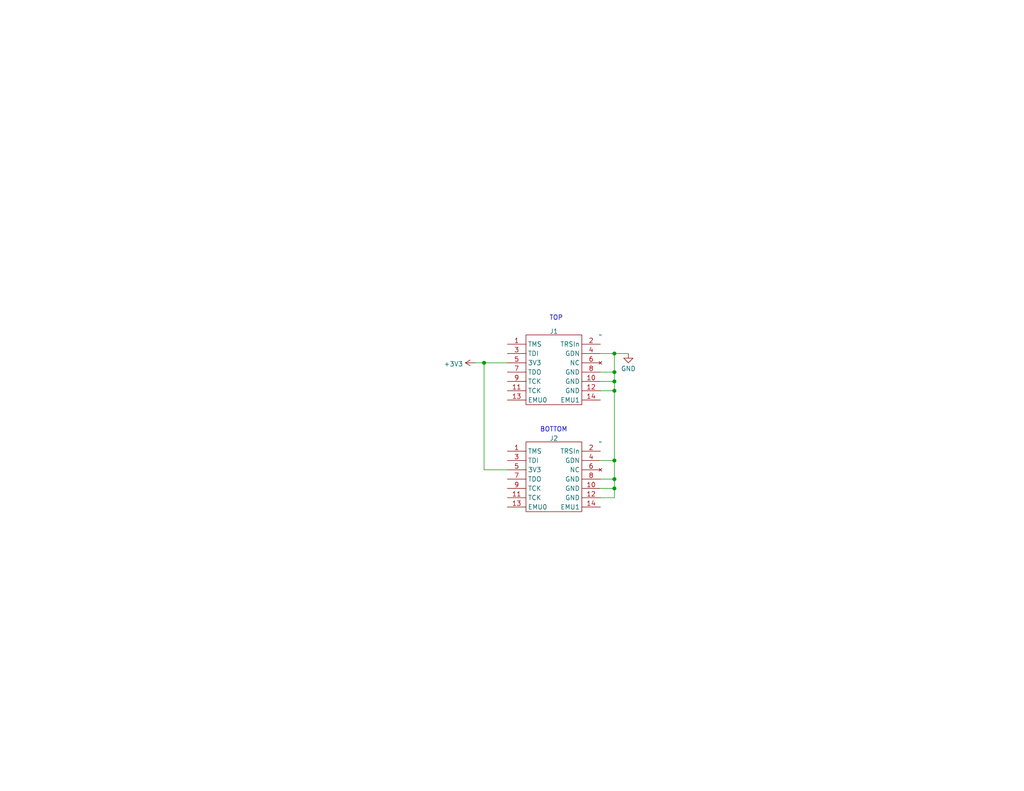
<source format=kicad_sch>
(kicad_sch (version 20230121) (generator eeschema)
  (paper "USLetter")
  (title_block (title "F-F JTAG Adapter") (date "2023-07-01") (rev "1.1") (company "Jacob Miller"))
  (lib_symbols
    (symbol "JTAG_Library:JTAG-TI-DIL-14"
      (property "Reference" "J" (at 0 11.43 0))
      (symbol "JTAG-TI-DIL-14_0_0"
        (pin bidirectional line (at -12.7 7.62 0) (length 5.08) (name "TMS") (number "1"))
        (pin power_in line (at 12.7 -2.54 180) (length 5.08) (name "GND") (number "10"))
        (pin bidirectional line (at -12.7 -5.08 0) (length 5.08) (name "TCK") (number "11"))
        (pin power_in line (at 12.7 -5.08 180) (length 5.08) (name "GND") (number "12"))
        (pin bidirectional line (at -12.7 -7.62 0) (length 5.08) (name "EMU0") (number "13"))
        (pin bidirectional line (at 12.7 -7.62 180) (length 5.08) (name "EMU1") (number "14"))
        (pin bidirectional line (at 12.7 7.62 180) (length 5.08) (name "TRSIn") (number "2"))
        (pin bidirectional line (at -12.7 5.08 0) (length 5.08) (name "TDI") (number "3"))
        (pin power_in line (at 12.7 5.08 180) (length 5.08) (name "GDN") (number "4"))
        (pin power_out line (at -12.7 2.54 0) (length 5.08) (name "3V3") (number "5"))
        (pin no_connect line (at 12.7 2.54 180) (length 5.08) (name "NC") (number "6"))
        (pin bidirectional line (at -12.7 0 0) (length 5.08) (name "TDO") (number "7"))
        (pin power_in line (at 12.7 0 180) (length 5.08) (name "GND") (number "8"))
        (pin bidirectional line (at -12.7 -2.54 0) (length 5.08) (name "TCK") (number "9"))
      )
      (symbol "JTAG-TI-DIL-14_0_1"
        (rectangle (start -7.62 10.16) (end 7.62 -8.89))
      )
    )
    (symbol "power:+3V3" (power) (pin_names (offset 0))
      (property "Value" "+3V3" (at 0 3.556 0))
      (symbol "+3V3_0_1"
        (polyline (pts (xy -0.762 1.27) (xy 0 2.54)))
        (polyline (pts (xy 0 0) (xy 0 2.54)))
        (polyline (pts (xy 0 2.54) (xy 0.762 1.27)))
      )
      (symbol "+3V3_1_1"
        (pin power_in line (at 0 0 90) (length 0) hide (name "+3V3") (number "1"))
      )
    )
    (symbol "power:GND" (power) (pin_names (offset 0))
      (property "Value" "GND" (at 0 -3.81 0))
      (symbol "GND_0_1"
        (polyline (pts (xy 0 0) (xy 0 -1.27) (xy 1.27 -1.27) (xy 0 -2.54) (xy -1.27 -1.27) (xy 0 -1.27)))
      )
      (symbol "GND_1_1"
        (pin power_in line (at 0 0 270) (length 0) hide (name "GND") (number "1"))
      )
    )
  )
  (junction (at 167.64 106.68))
  (junction (at 167.64 133.35))
  (junction (at 167.64 125.73))
  (junction (at 167.64 101.6))
  (junction (at 132.08 99.06))
  (junction (at 167.64 104.14))
  (junction (at 167.64 130.81))
  (junction (at 167.64 96.52))
  (wire (pts (xy 138.43 128.27) (xy 132.08 128.27)))
  (wire (pts (xy 167.64 135.89) (xy 167.64 133.35)))
  (wire (pts (xy 167.64 96.52) (xy 171.45 96.52)))
  (wire (pts (xy 163.83 125.73) (xy 167.64 125.73)))
  (wire (pts (xy 163.83 104.14) (xy 167.64 104.14)))
  (wire (pts (xy 129.54 99.06) (xy 132.08 99.06)))
  (wire (pts (xy 167.64 125.73) (xy 167.64 106.68)))
  (wire (pts (xy 167.64 104.14) (xy 167.64 101.6)))
  (wire (pts (xy 163.83 106.68) (xy 167.64 106.68)))
  (wire (pts (xy 167.64 133.35) (xy 167.64 130.81)))
  (wire (pts (xy 167.64 101.6) (xy 167.64 96.52)))
  (wire (pts (xy 167.64 130.81) (xy 167.64 125.73)))
  (wire (pts (xy 163.83 130.81) (xy 167.64 130.81)))
  (wire (pts (xy 132.08 128.27) (xy 132.08 99.06)))
  (wire (pts (xy 163.83 101.6) (xy 167.64 101.6)))
  (wire (pts (xy 132.08 99.06) (xy 138.43 99.06)))
  (wire (pts (xy 163.83 133.35) (xy 167.64 133.35)))
  (wire (pts (xy 163.83 135.89) (xy 167.64 135.89)))
  (wire (pts (xy 167.64 106.68) (xy 167.64 104.14)))
  (wire (pts (xy 163.83 96.52) (xy 167.64 96.52)))
  (text "TOP" (at 149.86 87.63 0) (effects (font (size 1.27 1.27)) (justify left bottom)))
  (text "BOTTOM" (at 147.32 118.11 0) (effects (font (size 1.27 1.27)) (justify left bottom)))
  (symbol (lib_id "JTAG_Library:JTAG-TI-DIL-14") (at 151.13 101.6 0) (unit 1)
    (property "Reference" "J1" (at 151.13 90.4781 0))
    (property "Value" "~" (at 163.83 91.44 0))
    (property "Footprint" "Connector_PinHeader_2.54mm:PinHeader_2x07_P2.54mm_Vertical_SMD" (effects hide))
  )
  (symbol (lib_id "JTAG_Library:JTAG-TI-DIL-14") (at 151.13 130.81 0) (unit 1)
    (property "Reference" "J2" (at 151.13 119.6881 0))
    (property "Value" "~" (at 163.83 120.65 0))
    (property "Footprint" "Connector_PinHeader_2.54mm:PinHeader_2x07_P2.54mm_Vertical_SMD" (effects hide))
  )
  (symbol (lib_id "power:GND") (at 171.45 96.52 0) (unit 1)
    (property "Reference" "#PWR02" (effects hide))
    (property "Value" "GND" (at 171.45 100.6555 0))
  )
  (symbol (lib_id "power:+3V3") (at 129.54 99.06 90) (unit 1)
    (property "Reference" "#PWR01" (effects hide))
    (property "Value" "+3V3" (at 126.365 99.3768 90) (effects (justify left)))
  )
)
</source>
